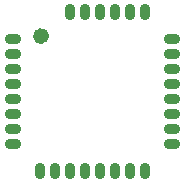
<source format=gbr>
%TF.GenerationSoftware,KiCad,Pcbnew,(5.1.8)-1*%
%TF.CreationDate,2021-01-29T12:29:00+09:00*%
%TF.ProjectId,REF_TWELITE_SMA_CONN,5245465f-5457-4454-9c49-54455f534d41,rev?*%
%TF.SameCoordinates,Original*%
%TF.FileFunction,Paste,Top*%
%TF.FilePolarity,Positive*%
%FSLAX46Y46*%
G04 Gerber Fmt 4.6, Leading zero omitted, Abs format (unit mm)*
G04 Created by KiCad (PCBNEW (5.1.8)-1) date 2021-01-29 12:29:00*
%MOMM*%
%LPD*%
G01*
G04 APERTURE LIST*
%ADD10C,0.750000*%
%ADD11O,1.400000X0.900000*%
%ADD12O,0.900000X1.400000*%
G04 APERTURE END LIST*
D10*
%TO.C,U1*%
X108874600Y-69388601D02*
G75*
G03*
X108874600Y-69388601I-300000J0D01*
G01*
%TD*%
D11*
%TO.C,U1*%
X119644600Y-78548601D03*
D12*
X108464600Y-80838601D03*
D11*
X106174600Y-69658601D03*
D12*
X117354600Y-67368601D03*
D11*
X106174600Y-70928601D03*
X106174600Y-72198601D03*
X106174600Y-73468601D03*
X106174600Y-74738601D03*
X106174600Y-76008601D03*
X106174600Y-77278601D03*
X106174600Y-78548601D03*
D12*
X109734600Y-80838601D03*
X111004600Y-80838601D03*
X112274600Y-80838601D03*
X113544600Y-80838601D03*
X114814600Y-80838601D03*
X116084600Y-80838601D03*
X117354600Y-80838601D03*
D11*
X119644600Y-77278601D03*
X119644600Y-76008601D03*
X119644600Y-74738601D03*
X119644600Y-73468601D03*
X119644600Y-72198601D03*
X119644600Y-70928601D03*
X119644600Y-69658601D03*
D12*
X116084600Y-67368601D03*
X114814600Y-67368601D03*
X113544600Y-67368601D03*
X112274600Y-67368601D03*
X111004600Y-67368601D03*
%TD*%
M02*

</source>
